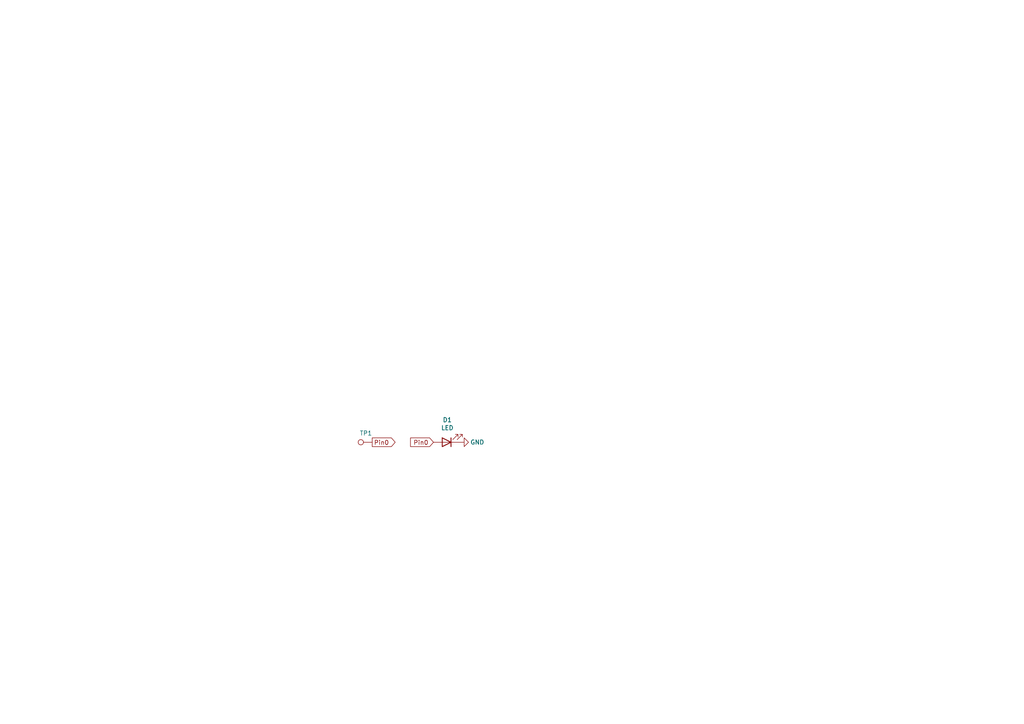
<source format=kicad_sch>
(kicad_sch (version 20211123) (generator eeschema)
  (paper "A4")
  (lib_symbols
    (symbol "Connector:TestPoint" (pin_numbers hide) (pin_names (offset 0.762) hide)
      (property "Reference" "TP" (at 0 6.858 0))
      (property "Value" "TestPoint" (at 0 5.08 0))
      (symbol "TestPoint_0_1"
        (circle (center 0 3.302) (radius 0.762))
      )
      (symbol "TestPoint_1_1"
        (pin passive line (at 0 0 90) (length 2.54) (name "1") (number "1"))
      )
    )
    (symbol "Device:LED" (pin_numbers hide) (pin_names (offset 1.016) hide)
      (property "Reference" "D" (at 0 2.54 0))
      (property "Value" "LED" (at 0 -2.54 0))
      (symbol "LED_0_1"
        (polyline (pts (xy -1.27 -1.27) (xy -1.27 1.27)) (stroke (width 0.254)))
        (polyline (pts (xy -1.27 0) (xy 1.27 0)))
        (polyline (pts (xy 1.27 -1.27) (xy 1.27 1.27) (xy -1.27 0) (xy 1.27 -1.27)) (stroke (width 0.254)))
        (polyline (pts (xy -3.048 -0.762) (xy -4.572 -2.286) (xy -3.81 -2.286) (xy -4.572 -2.286) (xy -4.572 -1.524)))
        (polyline (pts (xy -1.778 -0.762) (xy -3.302 -2.286) (xy -2.54 -2.286) (xy -3.302 -2.286) (xy -3.302 -1.524)))
      )
      (symbol "LED_1_1"
        (pin passive line (at -3.81 0 0) (length 2.54) (name "K") (number "1"))
        (pin passive line (at 3.81 0 180) (length 2.54) (name "A") (number "2"))
      )
    )
    (symbol "power:GND" (power) (pin_names (offset 0))
      (property "Value" "GND" (at 0 -3.81 0))
      (symbol "GND_0_1"
        (polyline (pts (xy 0 0) (xy 0 -1.27) (xy 1.27 -1.27) (xy 0 -2.54) (xy -1.27 -1.27) (xy 0 -1.27)))
      )
      (symbol "GND_1_1"
        (pin power_in line (at 0 0 270) (length 0) hide (name "GND") (number "1"))
      )
    )
  )
  (global_label "Pin0" (shape input) (at 125.73 128.27 180) (property "Intersheet References" "${INTERSHEET_REFS}" (effects hide)))
  (global_label "Pin0" (shape output) (at 107.95 128.27 0) (property "Intersheet References" "${INTERSHEET_REFS}" (effects hide)))
  (symbol (lib_id "power:GND") (at 133.35 128.27 90) (unit 1)
    (property "Reference" "#PWR0101" (effects hide))
    (property "Value" "GND" (at 138.43 128.27 90))
  )
  (symbol (lib_id "Device:LED") (at 129.54 128.27 180) (unit 1)
    (property "Reference" "D1" (at 129.7432 121.793 0))
    (property "Value" "LED" (at 129.7432 124.1044 0))
    (property "Footprint" "LED_THT:LED_D3.0mm" (effects hide))
    (property "Device" "LED" (effects hide))
    (property "Description" "LED YELLOW DIFFUSED T-1 T/H" (effects hide))
    (property "Place" "No" (effects hide))
    (property "Dist" "Digikey" (effects hide))
    (property "DistPartNumber" "754-1602-ND" (effects hide))
    (property "DistLink" "https://www.digikey.com/en/products/detail/kingbright/WP710A10YD/2769824" (effects hide))
  )
  (symbol (lib_id "Connector:TestPoint") (at 107.95 128.27 90) (unit 1) (in_bom no)
    (property "Reference" "TP1" (at 106.1212 125.6538 90))
    (property "Value" "TestPoint" (effects hide))
    (property "Footprint" "TestPoint:TestPoint_Pad_D1.5mm" (effects hide))
  )
)
</source>
